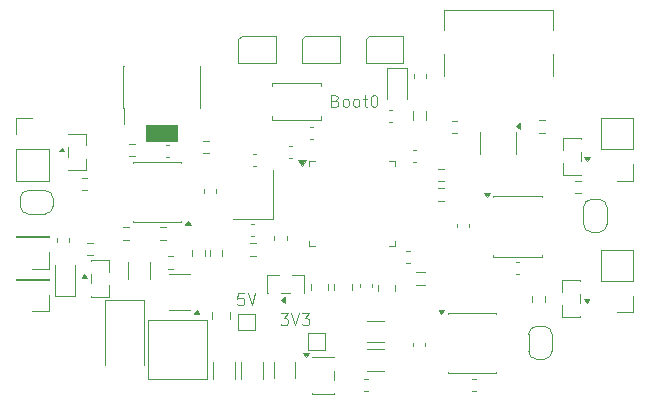
<source format=gbr>
%TF.GenerationSoftware,KiCad,Pcbnew,9.0.6-9.0.6~ubuntu24.04.1*%
%TF.CreationDate,2025-12-01T15:32:01+03:00*%
%TF.ProjectId,canfilter_g4,63616e66-696c-4746-9572-5f67342e6b69,rev?*%
%TF.SameCoordinates,Original*%
%TF.FileFunction,Legend,Top*%
%TF.FilePolarity,Positive*%
%FSLAX46Y46*%
G04 Gerber Fmt 4.6, Leading zero omitted, Abs format (unit mm)*
G04 Created by KiCad (PCBNEW 9.0.6-9.0.6~ubuntu24.04.1) date 2025-12-01 15:32:01*
%MOMM*%
%LPD*%
G01*
G04 APERTURE LIST*
%ADD10C,0.100000*%
%ADD11C,0.120000*%
G04 APERTURE END LIST*
D10*
X148137217Y-87548609D02*
X148280074Y-87596228D01*
X148280074Y-87596228D02*
X148327693Y-87643847D01*
X148327693Y-87643847D02*
X148375312Y-87739085D01*
X148375312Y-87739085D02*
X148375312Y-87881942D01*
X148375312Y-87881942D02*
X148327693Y-87977180D01*
X148327693Y-87977180D02*
X148280074Y-88024800D01*
X148280074Y-88024800D02*
X148184836Y-88072419D01*
X148184836Y-88072419D02*
X147803884Y-88072419D01*
X147803884Y-88072419D02*
X147803884Y-87072419D01*
X147803884Y-87072419D02*
X148137217Y-87072419D01*
X148137217Y-87072419D02*
X148232455Y-87120038D01*
X148232455Y-87120038D02*
X148280074Y-87167657D01*
X148280074Y-87167657D02*
X148327693Y-87262895D01*
X148327693Y-87262895D02*
X148327693Y-87358133D01*
X148327693Y-87358133D02*
X148280074Y-87453371D01*
X148280074Y-87453371D02*
X148232455Y-87500990D01*
X148232455Y-87500990D02*
X148137217Y-87548609D01*
X148137217Y-87548609D02*
X147803884Y-87548609D01*
X148946741Y-88072419D02*
X148851503Y-88024800D01*
X148851503Y-88024800D02*
X148803884Y-87977180D01*
X148803884Y-87977180D02*
X148756265Y-87881942D01*
X148756265Y-87881942D02*
X148756265Y-87596228D01*
X148756265Y-87596228D02*
X148803884Y-87500990D01*
X148803884Y-87500990D02*
X148851503Y-87453371D01*
X148851503Y-87453371D02*
X148946741Y-87405752D01*
X148946741Y-87405752D02*
X149089598Y-87405752D01*
X149089598Y-87405752D02*
X149184836Y-87453371D01*
X149184836Y-87453371D02*
X149232455Y-87500990D01*
X149232455Y-87500990D02*
X149280074Y-87596228D01*
X149280074Y-87596228D02*
X149280074Y-87881942D01*
X149280074Y-87881942D02*
X149232455Y-87977180D01*
X149232455Y-87977180D02*
X149184836Y-88024800D01*
X149184836Y-88024800D02*
X149089598Y-88072419D01*
X149089598Y-88072419D02*
X148946741Y-88072419D01*
X149851503Y-88072419D02*
X149756265Y-88024800D01*
X149756265Y-88024800D02*
X149708646Y-87977180D01*
X149708646Y-87977180D02*
X149661027Y-87881942D01*
X149661027Y-87881942D02*
X149661027Y-87596228D01*
X149661027Y-87596228D02*
X149708646Y-87500990D01*
X149708646Y-87500990D02*
X149756265Y-87453371D01*
X149756265Y-87453371D02*
X149851503Y-87405752D01*
X149851503Y-87405752D02*
X149994360Y-87405752D01*
X149994360Y-87405752D02*
X150089598Y-87453371D01*
X150089598Y-87453371D02*
X150137217Y-87500990D01*
X150137217Y-87500990D02*
X150184836Y-87596228D01*
X150184836Y-87596228D02*
X150184836Y-87881942D01*
X150184836Y-87881942D02*
X150137217Y-87977180D01*
X150137217Y-87977180D02*
X150089598Y-88024800D01*
X150089598Y-88024800D02*
X149994360Y-88072419D01*
X149994360Y-88072419D02*
X149851503Y-88072419D01*
X150470551Y-87405752D02*
X150851503Y-87405752D01*
X150613408Y-87072419D02*
X150613408Y-87929561D01*
X150613408Y-87929561D02*
X150661027Y-88024800D01*
X150661027Y-88024800D02*
X150756265Y-88072419D01*
X150756265Y-88072419D02*
X150851503Y-88072419D01*
X151375313Y-87072419D02*
X151470551Y-87072419D01*
X151470551Y-87072419D02*
X151565789Y-87120038D01*
X151565789Y-87120038D02*
X151613408Y-87167657D01*
X151613408Y-87167657D02*
X151661027Y-87262895D01*
X151661027Y-87262895D02*
X151708646Y-87453371D01*
X151708646Y-87453371D02*
X151708646Y-87691466D01*
X151708646Y-87691466D02*
X151661027Y-87881942D01*
X151661027Y-87881942D02*
X151613408Y-87977180D01*
X151613408Y-87977180D02*
X151565789Y-88024800D01*
X151565789Y-88024800D02*
X151470551Y-88072419D01*
X151470551Y-88072419D02*
X151375313Y-88072419D01*
X151375313Y-88072419D02*
X151280075Y-88024800D01*
X151280075Y-88024800D02*
X151232456Y-87977180D01*
X151232456Y-87977180D02*
X151184837Y-87881942D01*
X151184837Y-87881942D02*
X151137218Y-87691466D01*
X151137218Y-87691466D02*
X151137218Y-87453371D01*
X151137218Y-87453371D02*
X151184837Y-87262895D01*
X151184837Y-87262895D02*
X151232456Y-87167657D01*
X151232456Y-87167657D02*
X151280075Y-87120038D01*
X151280075Y-87120038D02*
X151375313Y-87072419D01*
X132100000Y-89650000D02*
X134750000Y-89650000D01*
X134750000Y-90977500D01*
X132100000Y-90977500D01*
X132100000Y-89650000D01*
G36*
X132100000Y-89650000D02*
G01*
X134750000Y-89650000D01*
X134750000Y-90977500D01*
X132100000Y-90977500D01*
X132100000Y-89650000D01*
G37*
X140380074Y-103872419D02*
X139903884Y-103872419D01*
X139903884Y-103872419D02*
X139856265Y-104348609D01*
X139856265Y-104348609D02*
X139903884Y-104300990D01*
X139903884Y-104300990D02*
X139999122Y-104253371D01*
X139999122Y-104253371D02*
X140237217Y-104253371D01*
X140237217Y-104253371D02*
X140332455Y-104300990D01*
X140332455Y-104300990D02*
X140380074Y-104348609D01*
X140380074Y-104348609D02*
X140427693Y-104443847D01*
X140427693Y-104443847D02*
X140427693Y-104681942D01*
X140427693Y-104681942D02*
X140380074Y-104777180D01*
X140380074Y-104777180D02*
X140332455Y-104824800D01*
X140332455Y-104824800D02*
X140237217Y-104872419D01*
X140237217Y-104872419D02*
X139999122Y-104872419D01*
X139999122Y-104872419D02*
X139903884Y-104824800D01*
X139903884Y-104824800D02*
X139856265Y-104777180D01*
X140713408Y-103872419D02*
X141046741Y-104872419D01*
X141046741Y-104872419D02*
X141380074Y-103872419D01*
X143508646Y-105572419D02*
X144127693Y-105572419D01*
X144127693Y-105572419D02*
X143794360Y-105953371D01*
X143794360Y-105953371D02*
X143937217Y-105953371D01*
X143937217Y-105953371D02*
X144032455Y-106000990D01*
X144032455Y-106000990D02*
X144080074Y-106048609D01*
X144080074Y-106048609D02*
X144127693Y-106143847D01*
X144127693Y-106143847D02*
X144127693Y-106381942D01*
X144127693Y-106381942D02*
X144080074Y-106477180D01*
X144080074Y-106477180D02*
X144032455Y-106524800D01*
X144032455Y-106524800D02*
X143937217Y-106572419D01*
X143937217Y-106572419D02*
X143651503Y-106572419D01*
X143651503Y-106572419D02*
X143556265Y-106524800D01*
X143556265Y-106524800D02*
X143508646Y-106477180D01*
X144413408Y-105572419D02*
X144746741Y-106572419D01*
X144746741Y-106572419D02*
X145080074Y-105572419D01*
X145318170Y-105572419D02*
X145937217Y-105572419D01*
X145937217Y-105572419D02*
X145603884Y-105953371D01*
X145603884Y-105953371D02*
X145746741Y-105953371D01*
X145746741Y-105953371D02*
X145841979Y-106000990D01*
X145841979Y-106000990D02*
X145889598Y-106048609D01*
X145889598Y-106048609D02*
X145937217Y-106143847D01*
X145937217Y-106143847D02*
X145937217Y-106381942D01*
X145937217Y-106381942D02*
X145889598Y-106477180D01*
X145889598Y-106477180D02*
X145841979Y-106524800D01*
X145841979Y-106524800D02*
X145746741Y-106572419D01*
X145746741Y-106572419D02*
X145461027Y-106572419D01*
X145461027Y-106572419D02*
X145365789Y-106524800D01*
X145365789Y-106524800D02*
X145318170Y-106477180D01*
D11*
%TO.C,R105*%
X141412258Y-99627500D02*
X140937742Y-99627500D01*
X141412258Y-100672500D02*
X140937742Y-100672500D01*
%TO.C,R501*%
X168437742Y-94327500D02*
X168912258Y-94327500D01*
X168437742Y-95372500D02*
X168912258Y-95372500D01*
%TO.C,R401*%
X164827500Y-104087742D02*
X164827500Y-104562258D01*
X165872500Y-104087742D02*
X165872500Y-104562258D01*
%TO.C,JP501*%
X169150000Y-98000000D02*
X169150000Y-96600000D01*
X169850000Y-95900000D02*
X170450000Y-95900000D01*
X170450000Y-98700000D02*
X169850000Y-98700000D01*
X171150000Y-96600000D02*
X171150000Y-98000000D01*
X169150000Y-96600000D02*
G75*
G02*
X169850000Y-95900000I699999J1D01*
G01*
X169850000Y-98700000D02*
G75*
G02*
X169150000Y-98000000I0J700000D01*
G01*
X170450000Y-95900000D02*
G75*
G02*
X171150000Y-96600000I1J-699999D01*
G01*
X171150000Y-98000000D02*
G75*
G02*
X170450000Y-98700000I-700000J0D01*
G01*
%TO.C,R106*%
X130687742Y-91227500D02*
X131162258Y-91227500D01*
X130687742Y-92272500D02*
X131162258Y-92272500D01*
%TO.C,R604*%
X156837742Y-93327500D02*
X157312258Y-93327500D01*
X156837742Y-94372500D02*
X157312258Y-94372500D01*
%TO.C,L201*%
D10*
X137299201Y-111150000D02*
X132299201Y-111150000D01*
X132299201Y-106150000D01*
X137299201Y-106150000D01*
X137299201Y-111150000D01*
D11*
%TO.C,C401*%
X154710000Y-108365580D02*
X154710000Y-108084420D01*
X155730000Y-108365580D02*
X155730000Y-108084420D01*
%TO.C,C203*%
X140190000Y-109663748D02*
X140190000Y-111086252D01*
X142010000Y-109663748D02*
X142010000Y-111086252D01*
%TO.C,C602*%
X152965580Y-88340000D02*
X152684420Y-88340000D01*
X152965580Y-89360000D02*
X152684420Y-89360000D01*
%TO.C,SW101*%
X142780000Y-86030000D02*
X146920000Y-86030000D01*
X142780000Y-86330000D02*
X142780000Y-86030000D01*
X142780000Y-89170000D02*
X142780000Y-88870000D01*
X146920000Y-86030000D02*
X146920000Y-86330000D01*
X146920000Y-88870000D02*
X146920000Y-89170000D01*
X146920000Y-89170000D02*
X142780000Y-89170000D01*
%TO.C,C116*%
X150190000Y-103034420D02*
X150190000Y-103315580D01*
X151210000Y-103034420D02*
X151210000Y-103315580D01*
%TO.C,C104*%
X150813748Y-108590000D02*
X152236252Y-108590000D01*
X150813748Y-110410000D02*
X152236252Y-110410000D01*
%TO.C,C201*%
X130590000Y-102611252D02*
X130590000Y-101188748D01*
X132410000Y-102611252D02*
X132410000Y-101188748D01*
%TO.C,FB601*%
X154690000Y-89187122D02*
X154690000Y-88387878D01*
X155810000Y-89187122D02*
X155810000Y-88387878D01*
%TO.C,C115*%
X151765000Y-103138748D02*
X151765000Y-103661252D01*
X153235000Y-103138748D02*
X153235000Y-103661252D01*
%TO.C,C108*%
X154709420Y-91740000D02*
X154990580Y-91740000D01*
X154709420Y-92760000D02*
X154990580Y-92760000D01*
%TO.C,J106*%
X130145000Y-84585000D02*
X130210000Y-84585000D01*
X130145000Y-88215000D02*
X130145000Y-84585000D01*
X130145000Y-88215000D02*
X130210000Y-88215000D01*
X130210000Y-89490000D02*
X130210000Y-88215000D01*
X136650000Y-84585000D02*
X136715000Y-84585000D01*
X136650000Y-88215000D02*
X136715000Y-88215000D01*
X136715000Y-88215000D02*
X136715000Y-84585000D01*
%TO.C,D101*%
X124387500Y-104110000D02*
X124387500Y-101450000D01*
X124387500Y-104110000D02*
X126087500Y-104110000D01*
X126087500Y-104110000D02*
X126087500Y-101450000D01*
%TO.C,C301*%
X137040000Y-95059420D02*
X137040000Y-95340580D01*
X138060000Y-95059420D02*
X138060000Y-95340580D01*
%TO.C,C601*%
X154840000Y-85615580D02*
X154840000Y-85334420D01*
X155860000Y-85615580D02*
X155860000Y-85334420D01*
%TO.C,U102*%
X145940000Y-92627500D02*
X146390000Y-92627500D01*
X145940000Y-93077500D02*
X145940000Y-92627500D01*
X145940000Y-99847500D02*
X145940000Y-99397500D01*
X146390000Y-99847500D02*
X145940000Y-99847500D01*
X152710000Y-92627500D02*
X153160000Y-92627500D01*
X153160000Y-92627500D02*
X153160000Y-93077500D01*
X153160000Y-99397500D02*
X153160000Y-99847500D01*
X153160000Y-99847500D02*
X152710000Y-99847500D01*
X145300000Y-93077500D02*
X144960000Y-92607500D01*
X145640000Y-92607500D01*
X145300000Y-93077500D01*
G36*
X145300000Y-93077500D02*
G01*
X144960000Y-92607500D01*
X145640000Y-92607500D01*
X145300000Y-93077500D01*
G37*
%TO.C,U601*%
X160352500Y-90240000D02*
X160402500Y-90240000D01*
X160352500Y-92060000D02*
X160352500Y-90240000D01*
X160402500Y-92060000D02*
X160352500Y-92060000D01*
X163422500Y-90240000D02*
X163472500Y-90240000D01*
X163472500Y-90240000D02*
X163472500Y-92060000D01*
X163472500Y-92060000D02*
X163422500Y-92060000D01*
X163752500Y-89940000D02*
X163422500Y-89700000D01*
X163752500Y-89460000D01*
X163752500Y-89940000D01*
G36*
X163752500Y-89940000D02*
G01*
X163422500Y-89700000D01*
X163752500Y-89460000D01*
X163752500Y-89940000D01*
G37*
%TO.C,J105*%
X121120000Y-99130000D02*
X121120000Y-99020000D01*
X123880000Y-99020000D02*
X121120000Y-99020000D01*
X123880000Y-99130000D02*
X121120000Y-99130000D01*
X123880000Y-99130000D02*
X123880000Y-99020000D01*
X123880000Y-100400000D02*
X123880000Y-101780000D01*
X123880000Y-101780000D02*
X122500000Y-101780000D01*
%TO.C,R201*%
X133962742Y-100727500D02*
X134437258Y-100727500D01*
X133962742Y-101772500D02*
X134437258Y-101772500D01*
%TO.C,C110*%
X146065000Y-103088748D02*
X146065000Y-103611252D01*
X147535000Y-103088748D02*
X147535000Y-103611252D01*
%TO.C,C113*%
X145959420Y-89790000D02*
X146240580Y-89790000D01*
X145959420Y-90810000D02*
X146240580Y-90810000D01*
%TO.C,Y101*%
X139466776Y-97581142D02*
X142886778Y-97581142D01*
X142886778Y-97581142D02*
X142886778Y-93461142D01*
%TO.C,U401*%
X157665000Y-105495000D02*
X161785000Y-105495000D01*
X157665000Y-105590000D02*
X157665000Y-105495000D01*
X157665000Y-110615000D02*
X157665000Y-110520000D01*
X161785000Y-105495000D02*
X161785000Y-105590000D01*
X161785000Y-110520000D02*
X161785000Y-110615000D01*
X161785000Y-110615000D02*
X157665000Y-110615000D01*
X157125000Y-105585000D02*
X156885000Y-105255000D01*
X157365000Y-105255000D01*
X157125000Y-105585000D01*
G36*
X157125000Y-105585000D02*
G01*
X156885000Y-105255000D01*
X157365000Y-105255000D01*
X157125000Y-105585000D01*
G37*
%TO.C,C109*%
X142990000Y-99034420D02*
X142990000Y-99315580D01*
X144010000Y-99034420D02*
X144010000Y-99315580D01*
%TO.C,J601*%
X157370000Y-79865000D02*
X166530000Y-79865000D01*
X157370000Y-81570000D02*
X157370000Y-79865000D01*
X157370000Y-83580000D02*
X157370000Y-85500000D01*
X166530000Y-79865000D02*
X166530000Y-81570000D01*
X166530000Y-85500000D02*
X166530000Y-83580000D01*
%TO.C,R602*%
X157987742Y-89277500D02*
X158462258Y-89277500D01*
X157987742Y-90322500D02*
X158462258Y-90322500D01*
%TO.C,C204*%
X137790000Y-109663748D02*
X137790000Y-111086252D01*
X139610000Y-109663748D02*
X139610000Y-111086252D01*
%TO.C,JP401*%
X164500000Y-108750000D02*
X164500000Y-107350000D01*
X165200000Y-106650000D02*
X165800000Y-106650000D01*
X165800000Y-109450000D02*
X165200000Y-109450000D01*
X166500000Y-107350000D02*
X166500000Y-108750000D01*
X164500000Y-107350000D02*
G75*
G02*
X165200000Y-106650000I699999J1D01*
G01*
X165200000Y-109450000D02*
G75*
G02*
X164500000Y-108750000I0J700000D01*
G01*
X165800000Y-106650000D02*
G75*
G02*
X166500000Y-107350000I1J-699999D01*
G01*
X166500000Y-108750000D02*
G75*
G02*
X165800000Y-109450000I-700000J0D01*
G01*
%TO.C,JP301*%
X121450000Y-96450000D02*
X121450000Y-95850000D01*
X122150000Y-95150000D02*
X123550000Y-95150000D01*
X123550000Y-97150000D02*
X122150000Y-97150000D01*
X124250000Y-95850000D02*
X124250000Y-96450000D01*
X121450000Y-95850000D02*
G75*
G02*
X122150000Y-95150000I700000J0D01*
G01*
X122150000Y-97150000D02*
G75*
G02*
X121450000Y-96450000I0J700000D01*
G01*
X123550000Y-95150000D02*
G75*
G02*
X124250000Y-95850000I1J-699999D01*
G01*
X124250000Y-96450000D02*
G75*
G02*
X123550000Y-97150000I-699999J-1D01*
G01*
%TO.C,R101*%
X127150242Y-99577500D02*
X127624758Y-99577500D01*
X127150242Y-100622500D02*
X127624758Y-100622500D01*
%TO.C,D104*%
X145300000Y-84350000D02*
X145300000Y-82350000D01*
X145300000Y-84350000D02*
X148500000Y-84350000D01*
X145600000Y-82050000D02*
X145300000Y-82350000D01*
X145600000Y-82050000D02*
X148500000Y-82050000D01*
X148500000Y-82050000D02*
X148500000Y-84350000D01*
%TO.C,R102*%
X130187742Y-98277500D02*
X130662258Y-98277500D01*
X130187742Y-99322500D02*
X130662258Y-99322500D01*
%TO.C,R203*%
X136027500Y-100712258D02*
X136027500Y-100237742D01*
X137072500Y-100712258D02*
X137072500Y-100237742D01*
%TO.C,U101*%
X146190000Y-109240000D02*
X148010000Y-109240000D01*
X146190000Y-109290000D02*
X146190000Y-109240000D01*
X146190000Y-112360000D02*
X146190000Y-112310000D01*
X148010000Y-109240000D02*
X148010000Y-109290000D01*
X148010000Y-110410000D02*
X148010000Y-111190000D01*
X148010000Y-112310000D02*
X148010000Y-112360000D01*
X148010000Y-112360000D02*
X146190000Y-112360000D01*
X145650000Y-109290000D02*
X145410000Y-108960000D01*
X145890000Y-108960000D01*
X145650000Y-109290000D01*
G36*
X145650000Y-109290000D02*
G01*
X145410000Y-108960000D01*
X145890000Y-108960000D01*
X145650000Y-109290000D01*
G37*
%TO.C,D501*%
X167390000Y-90740000D02*
X168910000Y-90740000D01*
X167390000Y-91740000D02*
X167390000Y-90740000D01*
X167390000Y-93860000D02*
X167390000Y-92860000D01*
X168910000Y-90740000D02*
X168910000Y-90790000D01*
X168910000Y-91910000D02*
X168910000Y-92690000D01*
X168910000Y-93810000D02*
X168910000Y-93860000D01*
X168910000Y-93860000D02*
X167390000Y-93860000D01*
X169450000Y-92680000D02*
X169210000Y-92350000D01*
X169690000Y-92350000D01*
X169450000Y-92680000D01*
G36*
X169450000Y-92680000D02*
G01*
X169210000Y-92350000D01*
X169690000Y-92350000D01*
X169450000Y-92680000D01*
G37*
%TO.C,C106*%
X140984419Y-97990000D02*
X141265581Y-97990000D01*
X140984419Y-99010000D02*
X141265581Y-99010000D01*
%TO.C,J102*%
X170620000Y-102830000D02*
X170620000Y-100180000D01*
X173380000Y-100180000D02*
X170620000Y-100180000D01*
X173380000Y-102830000D02*
X170620000Y-102830000D01*
X173380000Y-102830000D02*
X173380000Y-100180000D01*
X173380000Y-104100000D02*
X173380000Y-105480000D01*
X173380000Y-105480000D02*
X172000000Y-105480000D01*
%TO.C,C114*%
X144465580Y-91390000D02*
X144184420Y-91390000D01*
X144465580Y-92410000D02*
X144184420Y-92410000D01*
%TO.C,J101*%
X121120000Y-89020000D02*
X122500000Y-89020000D01*
X121120000Y-90400000D02*
X121120000Y-89020000D01*
X121120000Y-91670000D02*
X121120000Y-94320000D01*
X121120000Y-91670000D02*
X123880000Y-91670000D01*
X121120000Y-94320000D02*
X123880000Y-94320000D01*
X123880000Y-91670000D02*
X123880000Y-94320000D01*
%TO.C,C112*%
X148065000Y-103088748D02*
X148065000Y-103611252D01*
X149535000Y-103088748D02*
X149535000Y-103611252D01*
%TO.C,C202*%
X137715000Y-105488748D02*
X137715000Y-106011252D01*
X139185000Y-105488748D02*
X139185000Y-106011252D01*
%TO.C,D401*%
X167352500Y-102740000D02*
X168872500Y-102740000D01*
X167352500Y-103740000D02*
X167352500Y-102740000D01*
X167352500Y-105860000D02*
X167352500Y-104860000D01*
X168872500Y-102740000D02*
X168872500Y-102790000D01*
X168872500Y-103910000D02*
X168872500Y-104690000D01*
X168872500Y-105810000D02*
X168872500Y-105860000D01*
X168872500Y-105860000D02*
X167352500Y-105860000D01*
X169412500Y-104680000D02*
X169172500Y-104350000D01*
X169652500Y-104350000D01*
X169412500Y-104680000D01*
G36*
X169412500Y-104680000D02*
G01*
X169172500Y-104350000D01*
X169652500Y-104350000D01*
X169412500Y-104680000D01*
G37*
%TO.C,D105*%
X142390000Y-102352500D02*
X143390000Y-102352500D01*
X142390000Y-103872500D02*
X142390000Y-102352500D01*
X142440000Y-103872500D02*
X142390000Y-103872500D01*
X144340000Y-103872500D02*
X143560000Y-103872500D01*
X144510000Y-102352500D02*
X145510000Y-102352500D01*
X145510000Y-102352500D02*
X145510000Y-103872500D01*
X145510000Y-103872500D02*
X145460000Y-103872500D01*
X143900000Y-104652500D02*
X143570000Y-104412500D01*
X143900000Y-104172500D01*
X143900000Y-104652500D01*
G36*
X143900000Y-104652500D02*
G01*
X143570000Y-104412500D01*
X143900000Y-104172500D01*
X143900000Y-104652500D01*
G37*
%TO.C,C111*%
X154159420Y-100290000D02*
X154440580Y-100290000D01*
X154159420Y-101310000D02*
X154440580Y-101310000D01*
%TO.C,J104*%
X121120000Y-102730000D02*
X121120000Y-102620000D01*
X123880000Y-102620000D02*
X121120000Y-102620000D01*
X123880000Y-102730000D02*
X121120000Y-102730000D01*
X123880000Y-102730000D02*
X123880000Y-102620000D01*
X123880000Y-104000000D02*
X123880000Y-105380000D01*
X123880000Y-105380000D02*
X122500000Y-105380000D01*
%TO.C,C105*%
X141415581Y-92090000D02*
X141134419Y-92090000D01*
X141415581Y-93110000D02*
X141134419Y-93110000D01*
%TO.C,R601*%
X165862258Y-89227500D02*
X165387742Y-89227500D01*
X165862258Y-90272500D02*
X165387742Y-90272500D01*
%TO.C,L101*%
X155737122Y-102040000D02*
X154937878Y-102040000D01*
X155737122Y-103160000D02*
X154937878Y-103160000D01*
%TO.C,TP102*%
X145850000Y-107250000D02*
X147250000Y-107250000D01*
X145850000Y-108650000D02*
X145850000Y-107250000D01*
X147250000Y-107250000D02*
X147250000Y-108650000D01*
X147250000Y-108650000D02*
X145850000Y-108650000D01*
%TO.C,U301*%
X130990000Y-92715000D02*
X135110000Y-92715000D01*
X130990000Y-92810000D02*
X130990000Y-92715000D01*
X130990000Y-97835000D02*
X130990000Y-97740000D01*
X135110000Y-92715000D02*
X135110000Y-92810000D01*
X135110000Y-97740000D02*
X135110000Y-97835000D01*
X135110000Y-97835000D02*
X130990000Y-97835000D01*
X135890000Y-98075000D02*
X135410000Y-98075000D01*
X135650000Y-97745000D01*
X135890000Y-98075000D01*
G36*
X135890000Y-98075000D02*
G01*
X135410000Y-98075000D01*
X135650000Y-97745000D01*
X135890000Y-98075000D01*
G37*
%TO.C,C502*%
X163690580Y-101235000D02*
X163409420Y-101235000D01*
X163690580Y-102255000D02*
X163409420Y-102255000D01*
%TO.C,U201*%
X134040000Y-102190000D02*
X135860000Y-102190000D01*
X134040000Y-102240000D02*
X134040000Y-102190000D01*
X134040000Y-105310000D02*
X134040000Y-105260000D01*
X135860000Y-102190000D02*
X135860000Y-102240000D01*
X135860000Y-105260000D02*
X135860000Y-105310000D01*
X135860000Y-105310000D02*
X134040000Y-105310000D01*
X136640000Y-105590000D02*
X136160000Y-105590000D01*
X136400000Y-105260000D01*
X136640000Y-105590000D01*
G36*
X136640000Y-105590000D02*
G01*
X136160000Y-105590000D01*
X136400000Y-105260000D01*
X136640000Y-105590000D01*
G37*
%TO.C,C501*%
X158465000Y-98285580D02*
X158465000Y-98004420D01*
X159485000Y-98285580D02*
X159485000Y-98004420D01*
%TO.C,Q101*%
X127440000Y-101040000D02*
X128960000Y-101040000D01*
X127440000Y-101090000D02*
X127440000Y-101040000D01*
X127440000Y-102990000D02*
X127440000Y-102210000D01*
X127440000Y-104160000D02*
X127440000Y-104110000D01*
X128960000Y-101040000D02*
X128960000Y-102040000D01*
X128960000Y-103160000D02*
X128960000Y-104160000D01*
X128960000Y-104160000D02*
X127440000Y-104160000D01*
X127140000Y-102550000D02*
X126660000Y-102550000D01*
X126900000Y-102220000D01*
X127140000Y-102550000D01*
G36*
X127140000Y-102550000D02*
G01*
X126660000Y-102550000D01*
X126900000Y-102220000D01*
X127140000Y-102550000D01*
G37*
%TO.C,C102*%
X124577500Y-99490580D02*
X124577500Y-99209420D01*
X125597500Y-99490580D02*
X125597500Y-99209420D01*
%TO.C,C402*%
X160015580Y-111090000D02*
X159734420Y-111090000D01*
X160015580Y-112110000D02*
X159734420Y-112110000D01*
%TO.C,C101*%
X142940000Y-109638748D02*
X142940000Y-111061252D01*
X144760000Y-109638748D02*
X144760000Y-111061252D01*
%TO.C,D107*%
X152550000Y-84790000D02*
X152550000Y-87450000D01*
X154250000Y-84790000D02*
X152550000Y-84790000D01*
X154250000Y-84790000D02*
X154250000Y-87450000D01*
%TO.C,R103*%
X133287742Y-98277500D02*
X133762258Y-98277500D01*
X133287742Y-99322500D02*
X133762258Y-99322500D01*
%TO.C,R104*%
X136937742Y-90977500D02*
X137412258Y-90977500D01*
X136937742Y-92022500D02*
X137412258Y-92022500D01*
%TO.C,D202*%
X128650000Y-104440000D02*
X128650000Y-109950000D01*
X131950000Y-104440000D02*
X128650000Y-104440000D01*
X131950000Y-104440000D02*
X131950000Y-109950000D01*
%TO.C,R202*%
X137527500Y-100237742D02*
X137527500Y-100712258D01*
X138572500Y-100237742D02*
X138572500Y-100712258D01*
%TO.C,D102*%
X150700000Y-84350000D02*
X150700000Y-82350000D01*
X150700000Y-84350000D02*
X153900000Y-84350000D01*
X151000000Y-82050000D02*
X150700000Y-82350000D01*
X151000000Y-82050000D02*
X153900000Y-82050000D01*
X153900000Y-82050000D02*
X153900000Y-84350000D01*
%TO.C,C302*%
X133784420Y-91270000D02*
X134065580Y-91270000D01*
X133784420Y-92290000D02*
X134065580Y-92290000D01*
%TO.C,J103*%
X170620000Y-91680000D02*
X170620000Y-89030000D01*
X173380000Y-89030000D02*
X170620000Y-89030000D01*
X173380000Y-91680000D02*
X170620000Y-91680000D01*
X173380000Y-91680000D02*
X173380000Y-89030000D01*
X173380000Y-92950000D02*
X173380000Y-94330000D01*
X173380000Y-94330000D02*
X172000000Y-94330000D01*
%TO.C,TP101*%
X139900000Y-105600000D02*
X141300000Y-105600000D01*
X139900000Y-107000000D02*
X139900000Y-105600000D01*
X141300000Y-105600000D02*
X141300000Y-107000000D01*
X141300000Y-107000000D02*
X139900000Y-107000000D01*
%TO.C,C103*%
X150584420Y-111090000D02*
X150865580Y-111090000D01*
X150584420Y-112110000D02*
X150865580Y-112110000D01*
%TO.C,R301*%
X127137258Y-94077500D02*
X126662742Y-94077500D01*
X127137258Y-95122500D02*
X126662742Y-95122500D01*
%TO.C,U501*%
X161515000Y-95635000D02*
X165635000Y-95635000D01*
X161515000Y-95730000D02*
X161515000Y-95635000D01*
X161515000Y-100755000D02*
X161515000Y-100660000D01*
X165635000Y-95635000D02*
X165635000Y-95730000D01*
X165635000Y-100660000D02*
X165635000Y-100755000D01*
X165635000Y-100755000D02*
X161515000Y-100755000D01*
X160975000Y-95725000D02*
X160735000Y-95395000D01*
X161215000Y-95395000D01*
X160975000Y-95725000D01*
G36*
X160975000Y-95725000D02*
G01*
X160735000Y-95395000D01*
X161215000Y-95395000D01*
X160975000Y-95725000D01*
G37*
%TO.C,D106*%
X139900000Y-84350000D02*
X139900000Y-82350000D01*
X139900000Y-84350000D02*
X143100000Y-84350000D01*
X140200000Y-82050000D02*
X139900000Y-82350000D01*
X140200000Y-82050000D02*
X143100000Y-82050000D01*
X143100000Y-82050000D02*
X143100000Y-84350000D01*
%TO.C,R603*%
X156837742Y-94977500D02*
X157312258Y-94977500D01*
X156837742Y-96022500D02*
X157312258Y-96022500D01*
%TO.C,C107*%
X150838748Y-106190000D02*
X152261252Y-106190000D01*
X150838748Y-108010000D02*
X152261252Y-108010000D01*
%TO.C,D301*%
X125502500Y-90340000D02*
X127022500Y-90340000D01*
X125502500Y-90390000D02*
X125502500Y-90340000D01*
X125502500Y-92290000D02*
X125502500Y-91510000D01*
X125502500Y-93460000D02*
X125502500Y-93410000D01*
X127022500Y-90340000D02*
X127022500Y-91340000D01*
X127022500Y-92460000D02*
X127022500Y-93460000D01*
X127022500Y-93460000D02*
X125502500Y-93460000D01*
X125202500Y-91850000D02*
X124722500Y-91850000D01*
X124962500Y-91520000D01*
X125202500Y-91850000D01*
G36*
X125202500Y-91850000D02*
G01*
X124722500Y-91850000D01*
X124962500Y-91520000D01*
X125202500Y-91850000D01*
G37*
%TD*%
M02*

</source>
